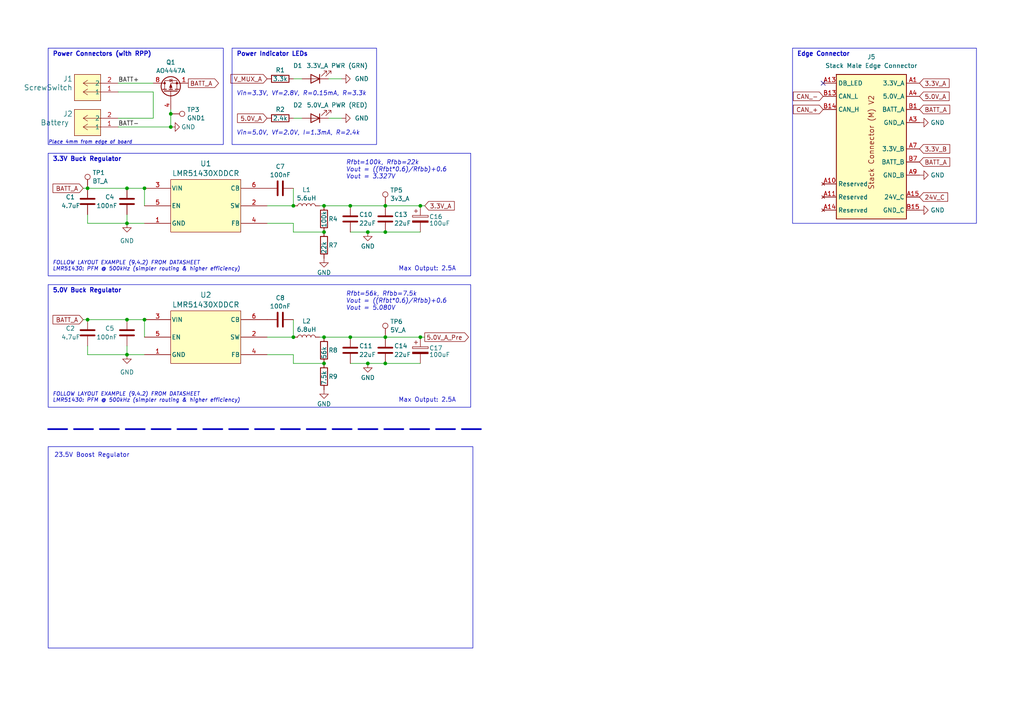
<source format=kicad_sch>
(kicad_sch (version 20231120) (generator "eeschema") (generator_version "8.0")
  (paper "A4")
  (lib_symbols
    (symbol "CONN_2-1445057-2_TYCO:2-1445057-2" (pin_names (offset 0.254))
      (property "Reference" "J" (at 8.89 6.35 0))
      (property "Value" "2-1445057-2" (at 0 3.81 0))
      (symbol "2-1445057-2_1_1"
        (polyline (pts (xy 10.16 -2.54) (xy 5.08 -2.54)) (stroke (width 0.127)))
        (polyline (pts (xy 10.16 -2.54) (xy 8.89 -3.3867)) (stroke (width 0.127)))
        (polyline (pts (xy 10.16 -2.54) (xy 8.89 -1.6933)) (stroke (width 0.127)))
        (polyline (pts (xy 10.16 0) (xy 5.08 0)) (stroke (width 0.127)))
        (polyline (pts (xy 10.16 0) (xy 8.89 -0.8467)) (stroke (width 0.127)))
        (polyline (pts (xy 10.16 0) (xy 8.89 0.8467)) (stroke (width 0.127)))
        (rectangle (start 5.08 2.54) (end 12.7 -5.08) (fill (type background)))
        (pin passive line (at 0 0 0) (length 5.08) (name "1") (number "1"))
        (pin passive line (at 0 -2.54 0) (length 5.08) (name "2") (number "2"))
      )
      (symbol "2-1445057-2_1_2"
        (polyline (pts (xy 5.08 -5.08) (xy 12.7 -5.08)) (stroke (width 0.127)))
        (polyline (pts (xy 5.08 2.54) (xy 5.08 -5.08)) (stroke (width 0.127)))
        (polyline (pts (xy 7.62 -2.54) (xy 5.08 -2.54)) (stroke (width 0.127)))
        (polyline (pts (xy 7.62 -2.54) (xy 8.89 -3.3867)) (stroke (width 0.127)))
        (polyline (pts (xy 7.62 -2.54) (xy 8.89 -1.6933)) (stroke (width 0.127)))
        (polyline (pts (xy 7.62 0) (xy 5.08 0)) (stroke (width 0.127)))
        (polyline (pts (xy 7.62 0) (xy 8.89 -0.8467)) (stroke (width 0.127)))
        (polyline (pts (xy 7.62 0) (xy 8.89 0.8467)) (stroke (width 0.127)))
        (polyline (pts (xy 12.7 -5.08) (xy 12.7 2.54)) (stroke (width 0.127)))
        (polyline (pts (xy 12.7 2.54) (xy 5.08 2.54)) (stroke (width 0.127)))
        (pin unspecified line (at 0 0 0) (length 5.08) (name "1") (number "1"))
        (pin unspecified line (at 0 -2.54 0) (length 5.08) (name "2") (number "2"))
      )
    )
    (symbol "Connector:TestPoint" (pin_numbers hide) (pin_names (offset 0.762) hide)
      (property "Reference" "TP" (at 0 6.858 0))
      (property "Value" "TestPoint" (at 0 5.08 0))
      (symbol "TestPoint_0_1"
        (circle (center 0 3.302) (radius 0.762))
      )
      (symbol "TestPoint_1_1"
        (pin passive line (at 0 0 90) (length 2.54) (name "1") (number "1"))
      )
    )
    (symbol "Device:C" (pin_numbers hide) (pin_names (offset 0.254))
      (property "Reference" "C" (at 0.635 2.54 0))
      (property "Value" "C" (at 0.635 -2.54 0))
      (symbol "C_0_1"
        (polyline (pts (xy -2.032 -0.762) (xy 2.032 -0.762)) (stroke (width 0.508)))
        (polyline (pts (xy -2.032 0.762) (xy 2.032 0.762)) (stroke (width 0.508)))
      )
      (symbol "C_1_1"
        (pin passive line (at 0 3.81 270) (length 2.794) (name "~") (number "1"))
        (pin passive line (at 0 -3.81 90) (length 2.794) (name "~") (number "2"))
      )
    )
    (symbol "Device:C_Polarized" (pin_numbers hide) (pin_names (offset 0.254))
      (property "Reference" "C" (at 0.635 2.54 0))
      (property "Value" "C_Polarized" (at 0.635 -2.54 0))
      (symbol "C_Polarized_0_1"
        (rectangle (start -2.286 0.508) (end 2.286 1.016))
        (polyline (pts (xy -1.778 2.286) (xy -0.762 2.286)))
        (polyline (pts (xy -1.27 2.794) (xy -1.27 1.778)))
        (rectangle (start 2.286 -0.508) (end -2.286 -1.016) (fill (type outline)))
      )
      (symbol "C_Polarized_1_1"
        (pin passive line (at 0 3.81 270) (length 2.794) (name "~") (number "1"))
        (pin passive line (at 0 -3.81 90) (length 2.794) (name "~") (number "2"))
      )
    )
    (symbol "Device:L" (pin_numbers hide) (pin_names (offset 1.016) hide)
      (property "Reference" "L" (at -1.27 0 90))
      (property "Value" "L" (at 1.905 0 90))
      (symbol "L_0_1"
        (arc (start 0 -2.54) (mid 0.6323 -1.905) (end 0 -1.27))
        (arc (start 0 -1.27) (mid 0.6323 -0.635) (end 0 0))
        (arc (start 0 0) (mid 0.6323 0.635) (end 0 1.27))
        (arc (start 0 1.27) (mid 0.6323 1.905) (end 0 2.54))
      )
      (symbol "L_1_1"
        (pin passive line (at 0 3.81 270) (length 1.27) (name "1") (number "1"))
        (pin passive line (at 0 -3.81 90) (length 1.27) (name "2") (number "2"))
      )
    )
    (symbol "Device:LED" (pin_numbers hide) (pin_names (offset 1.016) hide)
      (property "Reference" "D" (at 0 2.54 0))
      (property "Value" "LED" (at 0 -2.54 0))
      (symbol "LED_0_1"
        (polyline (pts (xy -1.27 -1.27) (xy -1.27 1.27)) (stroke (width 0.254)))
        (polyline (pts (xy -1.27 0) (xy 1.27 0)))
        (polyline (pts (xy 1.27 -1.27) (xy 1.27 1.27) (xy -1.27 0) (xy 1.27 -1.27)) (stroke (width 0.254)))
        (polyline (pts (xy -3.048 -0.762) (xy -4.572 -2.286) (xy -3.81 -2.286) (xy -4.572 -2.286) (xy -4.572 -1.524)))
        (polyline (pts (xy -1.778 -0.762) (xy -3.302 -2.286) (xy -2.54 -2.286) (xy -3.302 -2.286) (xy -3.302 -1.524)))
      )
      (symbol "LED_1_1"
        (pin passive line (at -3.81 0 0) (length 2.54) (name "K") (number "1"))
        (pin passive line (at 3.81 0 180) (length 2.54) (name "A") (number "2"))
      )
    )
    (symbol "Device:R" (pin_numbers hide) (pin_names (offset 0))
      (property "Reference" "R" (at 2.032 0 90))
      (property "Value" "R" (at 0 0 90))
      (symbol "R_0_1"
        (rectangle (start -1.016 -2.54) (end 1.016 2.54) (stroke (width 0.254)))
      )
      (symbol "R_1_1"
        (pin passive line (at 0 3.81 270) (length 1.27) (name "~") (number "1"))
        (pin passive line (at 0 -3.81 90) (length 1.27) (name "~") (number "2"))
      )
    )
    (symbol "Edge Connector:Stack Male Edge Connector"
      (property "Reference" "J" (at -0.254 24.892 0))
      (property "Value" "Stack Male Edge Connector" (at 1.27 22.86 0))
      (symbol "Stack Male Edge Connector_0_1"
        (rectangle (start -10.16 21.59) (end 10.16 -20.32) (stroke (width 0.254)) (fill (type background)))
      )
      (symbol "Stack Male Edge Connector_1_1"
        (text "Stack Connector (M) V2" (at 0 1.905 900) (effects (font (size 1.5 1.5))))
        (pin power_out line (at 13.97 19.05 180) (length 3.81) (name "3.3V_A") (number "A1"))
        (pin no_connect line (at -13.97 -10.16 0) (length 3.81) (name "Reserved") (number "A10"))
        (pin no_connect line (at -13.97 -13.97 0) (length 3.81) (name "Reserved") (number "A11"))
        (pin passive line (at 13.97 -7.62 180) (length 3.81) hide (name "GND_B") (number "A12"))
        (pin input line (at -13.97 19.05 0) (length 3.81) (name "DB_LED") (number "A13"))
        (pin no_connect line (at -13.97 -17.78 0) (length 3.81) (name "Reserved") (number "A14"))
        (pin power_out line (at 13.97 -13.97 180) (length 3.81) (name "24V_C") (number "A15"))
        (pin passive line (at 13.97 -13.97 180) (length 3.81) hide (name "24V_C") (number "A16"))
        (pin passive line (at 13.97 -13.97 180) (length 3.81) hide (name "24V_C") (number "A17"))
        (pin passive line (at 13.97 -13.97 180) (length 3.81) hide (name "24V_C") (number "A18"))
        (pin passive line (at 13.97 19.05 180) (length 3.81) hide (name "3.3V_A") (number "A2"))
        (pin power_in line (at 13.97 7.62 180) (length 3.81) (name "GND_A") (number "A3"))
        (pin power_out line (at 13.97 15.24 180) (length 3.81) (name "5.0V_A") (number "A4"))
        (pin power_in line (at 13.97 15.24 180) (length 3.81) hide (name "5.0V_A") (number "A5"))
        (pin passive line (at 13.97 7.62 180) (length 3.81) hide (name "GND_A") (number "A6"))
        (pin power_out line (at 13.97 0 180) (length 3.81) (name "3.3V_B") (number "A7"))
        (pin passive line (at 13.97 0 180) (length 3.81) hide (name "3.3V_B") (number "A8"))
        (pin power_in line (at 13.97 -7.62 180) (length 3.81) (name "GND_B") (number "A9"))
        (pin power_out line (at 13.97 11.43 180) (length 3.81) (name "BATT_A") (number "B1"))
        (pin passive line (at 13.97 -7.62 180) (length 3.81) hide (name "GND_B") (number "B10"))
        (pin passive line (at 13.97 -7.62 180) (length 3.81) hide (name "GND_B") (number "B11"))
        (pin passive line (at 13.97 -7.62 180) (length 3.81) hide (name "GND_B") (number "B12"))
        (pin bidirectional line (at -13.97 15.24 0) (length 3.81) (name "CAN_L") (number "B13"))
        (pin bidirectional line (at -13.97 11.43 0) (length 3.81) (name "CAN_H") (number "B14"))
        (pin power_in line (at 13.97 -17.78 180) (length 3.81) (name "GND_C") (number "B15"))
        (pin passive line (at 13.97 -17.78 180) (length 3.81) hide (name "GND_C") (number "B16"))
        (pin passive line (at 13.97 -17.78 180) (length 3.81) hide (name "GND_C") (number "B17"))
        (pin passive line (at 13.97 -17.78 180) (length 3.81) hide (name "GND_C") (number "B18"))
        (pin passive line (at 13.97 11.43 180) (length 3.81) hide (name "BATT_A") (number "B2"))
        (pin passive line (at 13.97 11.43 180) (length 3.81) hide (name "BATT_A") (number "B3"))
        (pin passive line (at 13.97 7.62 180) (length 3.81) hide (name "GND_A") (number "B4"))
        (pin passive line (at 13.97 7.62 180) (length 3.81) hide (name "GND_A") (number "B5"))
        (pin passive line (at 13.97 7.62 180) (length 3.81) hide (name "GND_A") (number "B6"))
        (pin power_out line (at 13.97 -3.81 180) (length 3.81) (name "BATT_B") (number "B7"))
        (pin passive line (at 13.97 -3.81 180) (length 3.81) hide (name "BATT_B") (number "B8"))
        (pin passive line (at 13.97 -3.81 180) (length 3.81) hide (name "BATT_B") (number "B9"))
      )
    )
    (symbol "QRET_Buck_PSU-symbols:LMR51430XDDCR" (pin_names (offset 0.254))
      (property "Reference" "U" (at 0 12.7 0))
      (property "Value" "LMR51430XDDCR" (at 0 10.16 0))
      (symbol "LMR51430XDDCR_0_1"
        (pin power_out line (at -17.78 -5.08 0) (length 7.62) (name "GND") (number "1"))
        (pin power_in line (at 17.78 0 180) (length 7.62) (name "SW") (number "2"))
        (pin power_in line (at -17.78 5.08 0) (length 7.62) (name "VIN") (number "3"))
        (pin power_in line (at 17.78 5.08 180) (length 7.62) (name "CB") (number "6"))
      )
      (symbol "LMR51430XDDCR_1_1"
        (rectangle (start -10.16 7.62) (end 10.16 -7.62) (fill (type background)))
        (pin passive line (at 17.78 -5.08 180) (length 7.62) (name "FB") (number "4"))
        (pin passive line (at -17.78 0 0) (length 7.62) (name "EN") (number "5"))
      )
    )
    (symbol "Transistor_FET:IRF7404" (pin_names hide)
      (property "Reference" "Q" (at 5.08 1.905 0))
      (property "Value" "IRF7404" (at 5.08 0 0))
      (symbol "IRF7404_0_1"
        (polyline (pts (xy 0.254 0) (xy -2.54 0)))
        (polyline (pts (xy 0.254 1.905) (xy 0.254 -1.905)) (stroke (width 0.254)))
        (polyline (pts (xy 0.762 -1.27) (xy 0.762 -2.286)) (stroke (width 0.254)))
        (polyline (pts (xy 0.762 0.508) (xy 0.762 -0.508)) (stroke (width 0.254)))
        (polyline (pts (xy 0.762 2.286) (xy 0.762 1.27)) (stroke (width 0.254)))
        (polyline (pts (xy 2.54 2.54) (xy 2.54 1.778)))
        (polyline (pts (xy 2.54 -2.54) (xy 2.54 0) (xy 0.762 0)))
        (polyline (pts (xy 0.762 1.778) (xy 3.302 1.778) (xy 3.302 -1.778) (xy 0.762 -1.778)))
        (polyline (pts (xy 2.286 0) (xy 1.27 0.381) (xy 1.27 -0.381) (xy 2.286 0)) (fill (type outline)))
        (polyline (pts (xy 2.794 -0.508) (xy 2.921 -0.381) (xy 3.683 -0.381) (xy 3.81 -0.254)))
        (polyline (pts (xy 3.302 -0.381) (xy 2.921 0.254) (xy 3.683 0.254) (xy 3.302 -0.381)))
        (circle (center 1.651 0) (radius 2.794) (stroke (width 0.254)))
        (circle (center 2.54 -1.778) (radius 0.254) (fill (type outline)))
        (circle (center 2.54 1.778) (radius 0.254) (fill (type outline)))
      )
      (symbol "IRF7404_1_1"
        (pin passive line (at 2.54 -5.08 90) (length 2.54) (name "S") (number "1"))
        (pin passive line (at 2.54 -5.08 90) (length 2.54) hide (name "S") (number "2"))
        (pin passive line (at 2.54 -5.08 90) (length 2.54) hide (name "S") (number "3"))
        (pin passive line (at -5.08 0 0) (length 2.54) (name "G") (number "4"))
        (pin passive line (at 2.54 5.08 270) (length 2.54) hide (name "D") (number "5"))
        (pin passive line (at 2.54 5.08 270) (length 2.54) hide (name "D") (number "6"))
        (pin passive line (at 2.54 5.08 270) (length 2.54) hide (name "D") (number "7"))
        (pin passive line (at 2.54 5.08 270) (length 2.54) (name "D") (number "8"))
      )
    )
    (symbol "power:GND" (power) (pin_names (offset 0))
      (property "Value" "GND" (at 0 -3.81 0))
      (symbol "GND_0_1"
        (polyline (pts (xy 0 0) (xy 0 -1.27) (xy 1.27 -1.27) (xy 0 -2.54) (xy -1.27 -1.27) (xy 0 -1.27)))
      )
      (symbol "GND_1_1"
        (pin power_in line (at 0 0 270) (length 0) hide (name "GND") (number "1"))
      )
    )
  )
  (junction (at 41.91 92.71))
  (junction (at 93.98 67.31))
  (junction (at 85.09 97.79))
  (junction (at 121.92 59.69))
  (junction (at 121.92 97.79))
  (junction (at 111.76 105.41))
  (junction (at 41.91 54.61))
  (junction (at 111.76 59.69))
  (junction (at 93.98 59.69))
  (junction (at 93.98 105.41))
  (junction (at 101.6 97.79))
  (junction (at 85.09 59.69))
  (junction (at 36.83 92.71))
  (junction (at 25.4 92.71))
  (junction (at 106.68 67.31))
  (junction (at 101.6 59.69))
  (junction (at 49.53 33.02))
  (junction (at 93.98 97.79))
  (junction (at 106.68 105.41))
  (junction (at 111.76 97.79))
  (junction (at 36.83 102.87))
  (junction (at 49.53 36.83))
  (junction (at 25.4 54.61))
  (junction (at 111.76 67.31))
  (junction (at 36.83 54.61))
  (junction (at 36.83 64.77))
  (no_connect (at 238.76 24.13))
  (wire (pts (xy 25.4 92.71) (xy 36.83 92.71)))
  (wire (pts (xy 111.76 67.31) (xy 121.92 67.31)))
  (wire (pts (xy 77.47 64.77) (xy 85.09 64.77)))
  (wire (pts (xy 101.6 97.79) (xy 111.76 97.79)))
  (wire (pts (xy 34.29 24.13) (xy 44.45 24.13)))
  (polyline (pts (xy 13.97 124.46) (xy 140.97 124.46)) (stroke (width 0.5) (type dash)))
  (wire (pts (xy 49.53 33.02) (xy 49.53 36.83)))
  (wire (pts (xy 36.83 92.71) (xy 41.91 92.71)))
  (wire (pts (xy 85.09 105.41) (xy 93.98 105.41)))
  (wire (pts (xy 111.76 97.79) (xy 121.92 97.79)))
  (wire (pts (xy 25.4 64.77) (xy 36.83 64.77)))
  (wire (pts (xy 36.83 62.23) (xy 36.83 64.77)))
  (wire (pts (xy 93.98 59.69) (xy 101.6 59.69)))
  (wire (pts (xy 85.09 22.86) (xy 87.63 22.86)))
  (wire (pts (xy 34.29 36.83) (xy 49.53 36.83)))
  (wire (pts (xy 77.47 59.69) (xy 85.09 59.69)))
  (wire (pts (xy 85.09 67.31) (xy 93.98 67.31)))
  (wire (pts (xy 111.76 59.69) (xy 121.92 59.69)))
  (wire (pts (xy 36.83 64.77) (xy 41.91 64.77)))
  (wire (pts (xy 49.53 31.75) (xy 49.53 33.02)))
  (wire (pts (xy 101.6 59.69) (xy 111.76 59.69)))
  (wire (pts (xy 85.09 34.29) (xy 87.63 34.29)))
  (wire (pts (xy 121.92 59.69) (xy 123.19 59.69)))
  (wire (pts (xy 101.6 67.31) (xy 106.68 67.31)))
  (wire (pts (xy 36.83 102.87) (xy 41.91 102.87)))
  (wire (pts (xy 92.71 59.69) (xy 93.98 59.69)))
  (wire (pts (xy 77.47 102.87) (xy 85.09 102.87)))
  (wire (pts (xy 93.98 97.79) (xy 101.6 97.79)))
  (wire (pts (xy 34.29 26.67) (xy 44.45 26.67)))
  (wire (pts (xy 36.83 54.61) (xy 41.91 54.61)))
  (wire (pts (xy 95.25 22.86) (xy 99.06 22.86)))
  (wire (pts (xy 85.09 59.69) (xy 85.09 54.61)))
  (wire (pts (xy 36.83 100.33) (xy 36.83 102.87)))
  (wire (pts (xy 85.09 64.77) (xy 85.09 67.31)))
  (wire (pts (xy 85.09 102.87) (xy 85.09 105.41)))
  (wire (pts (xy 95.25 34.29) (xy 99.06 34.29)))
  (wire (pts (xy 106.68 105.41) (xy 111.76 105.41)))
  (wire (pts (xy 25.4 102.87) (xy 36.83 102.87)))
  (wire (pts (xy 92.71 97.79) (xy 93.98 97.79)))
  (wire (pts (xy 25.4 62.23) (xy 25.4 64.77)))
  (wire (pts (xy 34.29 34.29) (xy 44.45 34.29)))
  (wire (pts (xy 41.91 54.61) (xy 41.91 59.69)))
  (wire (pts (xy 77.47 97.79) (xy 85.09 97.79)))
  (wire (pts (xy 24.13 54.61) (xy 25.4 54.61)))
  (wire (pts (xy 25.4 100.33) (xy 25.4 102.87)))
  (wire (pts (xy 85.09 97.79) (xy 85.09 92.71)))
  (wire (pts (xy 44.45 26.67) (xy 44.45 34.29)))
  (wire (pts (xy 41.91 92.71) (xy 41.91 97.79)))
  (wire (pts (xy 101.6 105.41) (xy 106.68 105.41)))
  (wire (pts (xy 25.4 54.61) (xy 36.83 54.61)))
  (wire (pts (xy 106.68 67.31) (xy 111.76 67.31)))
  (wire (pts (xy 121.92 97.79) (xy 123.19 97.79)))
  (wire (pts (xy 24.13 92.71) (xy 25.4 92.71)))
  (wire (pts (xy 111.76 105.41) (xy 121.92 105.41)))
  (rectangle (start 67.31 13.97) (end 109.22 41.91))
  (rectangle (start 13.97 129.54) (end 137.16 187.96))
  (rectangle (start 229.87 13.97) (end 283.21 64.77))
  (rectangle (start 13.97 13.97) (end 64.77 41.91))
  (rectangle (start 13.97 44.45) (end 136.525 80.01))
  (rectangle (start 13.97 82.55) (end 136.525 118.11))
  (text "Power Indicator LEDs" (at 68.58 16.51 0) (effects (font (size 1.27 1.27) (thickness 0.254) (bold yes)) (justify left bottom)))
  (text "Rfbt=56k, Rfbb=7.5k\nVout = ((Rfbt*0.6)/Rfbb)+0.6\nVout = 5.080V" (at 100.33 90.17 0) (effects (font (size 1.27 1.27) (italic yes)) (justify left bottom)))
  (text "Rfbt=100k, Rfbb=22k\nVout = ((Rfbt*0.6)/Rfbb)+0.6\nVout = 3.327V" (at 100.33 52.07 0) (effects (font (size 1.27 1.27) (italic yes)) (justify left bottom)))
  (text "Vin=5.0V, Vf=2.0V, I=1.3mA, R=2.4k" (at 68.58 39.37 0) (effects (font (size 1.27 1.27) (italic yes)) (justify left bottom)))
  (text "Vin=3.3V, Vf=2.8V, R=0.15mA, R=3.3k" (at 68.58 27.94 0) (effects (font (size 1.27 1.27) (italic yes)) (justify left bottom)))
  (text "Place 4mm from edge of board" (at 13.97 41.91 0) (effects (font (size 1 1) (italic yes)) (justify left bottom)))
  (text "3.3V Buck Regulator" (at 15.24 46.99 0) (effects (font (size 1.27 1.27) (thickness 0.254) (bold yes)) (justify left bottom)))
  (text "Max Output: 2.5A" (at 115.57 116.84 0) (effects (font (size 1.27 1.27)) (justify left bottom)))
  (text "Max Output: 2.5A" (at 115.57 78.74 0) (effects (font (size 1.27 1.27)) (justify left bottom)))
  (text "5.0V Buck Regulator" (at 15.24 85.09 0) (effects (font (size 1.27 1.27) (thickness 0.254) (bold yes)) (justify left bottom)))
  (text "FOLLOW LAYOUT EXAMPLE (9.4.2) FROM DATASHEET\nLMR51430: PFM @ 500kHz (simpler routing & higher efficiency)" (at 15.24 78.74 0) (effects (font (size 1.1 1.1) (italic yes)) (justify left bottom)))
  (text "FOLLOW LAYOUT EXAMPLE (9.4.2) FROM DATASHEET\nLMR51430: PFM @ 500kHz (simpler routing & higher efficiency)" (at 15.24 116.84 0) (effects (font (size 1.1 1.1) (italic yes)) (justify left bottom)))
  (text "Edge Connector" (at 231.14 16.51 0) (effects (font (size 1.27 1.27) (thickness 0.254) (bold yes)) (justify left bottom)))
  (text "Power Connectors (with RPP)" (at 15.24 16.51 0) (effects (font (size 1.27 1.27) (thickness 0.254) (bold yes)) (justify left bottom)))
  (text "23.5V Boost Regulator" (at 26.67 132.08 0) (effects (font (size 1.27 1.27))))
  (label "BATT-" (at 34.29 36.83 0))
  (label "BATT+" (at 34.29 24.13 0))
  (global_label "3.3V_A" (shape input) (at 123.19 59.69 0) (property "Intersheetrefs" "${INTERSHEET_REFS}" (effects (hide yes))))
  (global_label "5.0V_A_Pre" (shape output) (at 123.19 97.79 0) (property "Intersheetrefs" "${INTERSHEET_REFS}" (effects (hide yes))))
  (global_label "BATT_A" (shape output) (at 54.61 24.13 0) (property "Intersheetrefs" "${INTERSHEET_REFS}" (effects (hide yes))))
  (global_label "V_MUX_A" (shape input) (at 77.47 22.86 180) (property "Intersheetrefs" "${INTERSHEET_REFS}" (effects (hide yes))))
  (global_label "CAN_+" (shape input) (at 238.76 31.75 180) (property "Intersheetrefs" "${INTERSHEET_REFS}" (effects (hide yes))))
  (global_label "BATT_A" (shape input) (at 266.7 31.75 0) (property "Intersheetrefs" "${INTERSHEET_REFS}" (effects (hide yes))))
  (global_label "BATT_A" (shape input) (at 266.7 46.99 0) (property "Intersheetrefs" "${INTERSHEET_REFS}" (effects (hide yes))))
  (global_label "3.3V_A" (shape input) (at 266.7 24.13 0) (property "Intersheetrefs" "${INTERSHEET_REFS}" (effects (hide yes))))
  (global_label "24V_C" (shape input) (at 266.7 57.15 0) (property "Intersheetrefs" "${INTERSHEET_REFS}" (effects (hide yes))))
  (global_label "3.3V_B" (shape input) (at 266.7 43.18 0) (property "Intersheetrefs" "${INTERSHEET_REFS}" (effects (hide yes))))
  (global_label "5.0V_A" (shape input) (at 266.7 27.94 0) (property "Intersheetrefs" "${INTERSHEET_REFS}" (effects (hide yes))))
  (global_label "CAN_-" (shape input) (at 238.76 27.94 180) (property "Intersheetrefs" "${INTERSHEET_REFS}" (effects (hide yes))))
  (global_label "BATT_A" (shape input) (at 24.13 54.61 180) (property "Intersheetrefs" "${INTERSHEET_REFS}" (effects (hide yes))))
  (global_label "BATT_A" (shape input) (at 24.13 92.71 180) (property "Intersheetrefs" "${INTERSHEET_REFS}" (effects (hide yes))))
  (global_label "5.0V_A" (shape input) (at 77.47 34.29 180) (property "Intersheetrefs" "${INTERSHEET_REFS}" (effects (hide yes))))
  (symbol (lib_id "Device:C") (at 36.83 96.52 0) (unit 1)
    (property "Reference" "C5" (at 30.48 95.25 0) (effects (justify left)))
    (property "Value" "100nF" (at 27.94 97.79 0) (effects (justify left)))
    (property "Footprint" "Capacitor_SMD:C_0603_1608Metric" (effects (hide yes)))
    (property "JLCPCB" "C14663" (effects (hide yes)))
  )
  (symbol (lib_id "power:GND") (at 93.98 113.03 0) (unit 1)
    (property "Reference" "#PWR7" (effects (hide yes)))
    (property "Value" "GND" (at 93.98 117.1631 0))
  )
  (symbol (lib_id "Transistor_FET:IRF7404") (at 49.53 26.67 90) (unit 1)
    (property "Reference" "Q1" (at 49.53 18.0807 90))
    (property "Value" "AO4447A" (at 49.53 20.5049 90))
    (property "Footprint" "Package_SO:SOIC-8_3.9x4.9mm_P1.27mm" (effects (hide yes)))
    (property "Datasheet" "https://datasheet.lcsc.com/lcsc/1806020932_Alpha---Omega-Semicon-AO4447A_C125867.pdf" (effects (hide yes)))
    (property "JLCPCB" "C125867" (effects (hide yes)))
  )
  (symbol (lib_id "Device:R") (at 81.28 22.86 90) (unit 1)
    (property "Reference" "R1" (at 81.28 20.32 90))
    (property "Value" "3.3k" (at 81.28 22.86 90))
    (property "Footprint" "Resistor_SMD:R_0603_1608Metric" (effects (hide yes)))
    (property "JLCPCB" "C22978" (effects (hide yes)))
  )
  (symbol (lib_id "Device:LED") (at 91.44 34.29 180) (unit 1)
    (property "Reference" "D2" (at 86.36 30.48 0))
    (property "Value" "5.0V_A PWR (RED)" (at 97.79 30.48 0))
    (property "Footprint" "LED_SMD:LED_0805_2012Metric" (effects (hide yes)))
    (property "JLCPCB" "C84256" (effects (hide yes)))
  )
  (symbol (lib_id "Device:C") (at 81.28 92.71 270) (unit 1)
    (property "Reference" "C8" (at 81.28 86.4067 90))
    (property "Value" "100nF" (at 81.28 88.8309 90))
    (property "Footprint" "Capacitor_SMD:C_0603_1608Metric" (effects (hide yes)))
    (property "JLCPCB" "C14663" (effects (hide yes)))
  )
  (symbol (lib_id "Connector:TestPoint") (at 25.4 54.61 0) (unit 1) (in_bom no)
    (property "Reference" "TP1" (at 26.797 50.0959 0) (effects (justify left)))
    (property "Value" "BT_A" (at 26.797 52.5201 0) (effects (justify left)))
    (property "Footprint" "TestPoint:TestPoint_Pad_2.0x2.0mm" (effects (hide yes)))
  )
  (symbol (lib_id "Edge Connector:Stack Male Edge Connector") (at 252.73 43.18 0) (unit 1)
    (property "Reference" "J5" (at 252.73 16.51 0))
    (property "Value" "Stack Male Edge Connector" (at 252.73 19.05 0))
    (property "Footprint" "Connector_PCBEdge:BUS_PCIexpress_x1" (effects (hide yes)))
    (property "Description" "QRET SRAD Male Stack Edge Connector (PCIe x1 Connector). Generation 1" (effects (hide yes)))
  )
  (symbol (lib_id "Device:C_Polarized") (at 121.92 101.6 0) (unit 1)
    (property "Reference" "C17" (at 124.46 100.965 0) (effects (justify left)))
    (property "Value" "100uF" (at 124.46 102.87 0) (effects (justify left)))
    (property "Footprint" "Capacitor_SMD:CP_Elec_6.3x5.9" (effects (hide yes)))
    (property "Datasheet" "https://www.we-online.com/components/products/datasheet/865080343009.pdf" (effects (hide yes)))
    (property "Digikey" "732-8419-1-ND" (effects (hide yes)))
  )
  (symbol (lib_id "Device:LED") (at 91.44 22.86 180) (unit 1)
    (property "Reference" "D1" (at 86.36 19.05 0))
    (property "Value" "3.3V_A PWR (GRN)" (at 97.79 19.05 0))
    (property "Footprint" "LED_SMD:LED_0805_2012Metric" (effects (hide yes)))
    (property "JLCPCB" "C2297" (effects (hide yes)))
  )
  (symbol (lib_id "power:GND") (at 36.83 64.77 0) (unit 1)
    (property "Reference" "#PWR1" (effects (hide yes)))
    (property "Value" "GND" (at 36.83 69.85 0))
  )
  (symbol (lib_id "power:GND") (at 106.68 105.41 0) (unit 1)
    (property "Reference" "#PWR18" (effects (hide yes)))
    (property "Value" "GND" (at 106.68 109.5431 0))
  )
  (symbol (lib_id "Device:C") (at 36.83 58.42 0) (unit 1)
    (property "Reference" "C4" (at 30.48 57.15 0) (effects (justify left)))
    (property "Value" "100nF" (at 27.94 59.69 0) (effects (justify left)))
    (property "Footprint" "Capacitor_SMD:C_0603_1608Metric" (effects (hide yes)))
    (property "JLCPCB" "C14663" (effects (hide yes)))
  )
  (symbol (lib_id "Device:L") (at 88.9 59.69 90) (unit 1)
    (property "Reference" "L1" (at 88.9 55.0404 90))
    (property "Value" "5.6uH" (at 88.9 57.4646 90))
    (property "Footprint" "Inductor_SMD:L_Bourns_SRN8040TA" (effects (hide yes)))
    (property "Datasheet" "https://www.eaton.com/content/dam/eaton/products/electronic-components/resources/data-sheet/eaton-sdcha1v80-automotive-semi-shielded-power-inductor-data-sheet-elx1097-en.pdf" (effects (hide yes)))
    (property "Digikey" "SDCHA1V8040-5R6-R" (effects (hide yes)))
  )
  (symbol (lib_id "power:GND") (at 49.53 36.83 90) (unit 1)
    (property "Reference" "#PWR4" (effects (hide yes)))
    (property "Value" "GND" (at 54.61 36.83 90))
  )
  (symbol (lib_id "Device:C") (at 101.6 63.5 0) (unit 1)
    (property "Reference" "C10" (at 104.14 62.23 0) (effects (justify left)))
    (property "Value" "22uF" (at 104.14 64.77 0) (effects (justify left)))
    (property "Footprint" "Capacitor_SMD:C_0805_2012Metric" (effects (hide yes)))
    (property "JLCPCB" "C45783" (effects (hide yes)))
  )
  (symbol (lib_id "Connector:TestPoint") (at 111.76 97.79 0) (unit 1) (in_bom no)
    (property "Reference" "TP6" (at 113.157 93.2759 0) (effects (justify left)))
    (property "Value" "5V_A" (at 113.157 95.7001 0) (effects (justify left)))
    (property "Footprint" "TestPoint:TestPoint_Pad_2.0x2.0mm" (effects (hide yes)))
  )
  (symbol (lib_id "power:GND") (at 266.7 35.56 90) (unit 1)
    (property "Reference" "#PWR20" (effects (hide yes)))
    (property "Value" "GND" (at 269.875 35.56 90) (effects (justify right)))
  )
  (symbol (lib_id "Connector:TestPoint") (at 49.53 33.02 270) (unit 1) (in_bom no)
    (property "Reference" "TP3" (at 54.229 31.8079 90) (effects (justify left)))
    (property "Value" "GND1" (at 54.229 34.2321 90) (effects (justify left)))
    (property "Footprint" "TestPoint:TestPoint_Pad_2.0x2.0mm" (effects (hide yes)))
  )
  (symbol (lib_id "Device:R") (at 93.98 71.12 0) (unit 1)
    (property "Reference" "R7" (at 95.25 71.12 0) (effects (justify left)))
    (property "Value" "22k" (at 93.98 73.66 90) (effects (justify left)))
    (property "Footprint" "Resistor_SMD:R_0603_1608Metric" (effects (hide yes)))
    (property "JLCPCB" "C31850" (effects (hide yes)))
  )
  (symbol (lib_id "Connector:TestPoint") (at 111.76 59.69 0) (unit 1) (in_bom no)
    (property "Reference" "TP5" (at 113.157 55.1759 0) (effects (justify left)))
    (property "Value" "3v3_A" (at 113.157 57.6001 0) (effects (justify left)))
    (property "Footprint" "TestPoint:TestPoint_Pad_2.0x2.0mm" (effects (hide yes)))
  )
  (symbol (lib_id "power:GND") (at 93.98 74.93 0) (unit 1)
    (property "Reference" "#PWR6" (effects (hide yes)))
    (property "Value" "GND" (at 93.98 79.0631 0))
  )
  (symbol (lib_id "power:GND") (at 266.7 50.8 90) (unit 1)
    (property "Reference" "#PWR24" (effects (hide yes)))
    (property "Value" "GND" (at 269.875 50.8 90) (effects (justify right)))
  )
  (symbol (lib_id "Device:R") (at 93.98 63.5 0) (unit 1)
    (property "Reference" "R4" (at 95.25 63.5 0) (effects (justify left)))
    (property "Value" "100k" (at 93.98 66.04 90) (effects (justify left)))
    (property "Footprint" "Resistor_SMD:R_0603_1608Metric" (effects (hide yes)))
    (property "JLCPCB" "C25803" (effects (hide yes)))
  )
  (symbol (lib_id "Device:C") (at 101.6 101.6 0) (unit 1)
    (property "Reference" "C11" (at 104.14 100.33 0) (effects (justify left)))
    (property "Value" "22uF" (at 104.14 102.87 0) (effects (justify left)))
    (property "Footprint" "Capacitor_SMD:C_0805_2012Metric" (effects (hide yes)))
    (property "JLCPCB" "C45783" (effects (hide yes)))
  )
  (symbol (lib_id "power:GND") (at 99.06 34.29 90) (unit 1)
    (property "Reference" "#PWR10" (effects (hide yes)))
    (property "Value" "GND" (at 102.87 34.29 90) (effects (justify right)))
  )
  (symbol (lib_id "Device:C_Polarized") (at 121.92 63.5 0) (unit 1)
    (property "Reference" "C16" (at 124.46 62.865 0) (effects (justify left)))
    (property "Value" "100uF" (at 124.46 64.77 0) (effects (justify left)))
    (property "Footprint" "Capacitor_SMD:CP_Elec_6.3x5.9" (effects (hide yes)))
    (property "Datasheet" "https://www.we-online.com/components/products/datasheet/865080343009.pdf" (effects (hide yes)))
    (property "Digikey" "732-8419-1-ND" (effects (hide yes)))
  )
  (symbol (lib_id "Device:C") (at 25.4 58.42 0) (unit 1)
    (property "Reference" "C1" (at 19.05 57.15 0) (effects (justify left)))
    (property "Value" "4.7uF" (at 17.78 59.69 0) (effects (justify left)))
    (property "Footprint" "Capacitor_SMD:C_0805_2012Metric" (effects (hide yes)))
    (property "JLCPCB" "C1779" (effects (hide yes)))
  )
  (symbol (lib_id "CONN_2-1445057-2_TYCO:2-1445057-2") (at 34.29 26.67 180) (unit 1)
    (property "Reference" "J1" (at 19.685 22.86 0) (effects (font (size 1.524 1.524))))
    (property "Value" "ScrewSwitch" (at 13.97 25.4 0) (effects (font (size 1.524 1.524))))
    (property "Footprint" "footprints:CONN_2-1445057-2_TYCO" (effects (hide yes)))
    (property "Datasheet" "2-1445057-2" (effects (hide yes)))
    (property "Digikey" "A33212CT-ND" (effects (hide yes)))
  )
  (symbol (lib_id "Device:R") (at 93.98 109.22 0) (unit 1)
    (property "Reference" "R9" (at 95.25 109.22 0) (effects (justify left)))
    (property "Value" "7.5k" (at 93.98 111.76 90) (effects (justify left)))
    (property "Footprint" "Resistor_SMD:R_0603_1608Metric" (effects (hide yes)))
    (property "JLCPCB" "C23234" (effects (hide yes)))
  )
  (symbol (lib_id "power:GND") (at 266.7 60.96 90) (unit 1)
    (property "Reference" "#PWR29" (effects (hide yes)))
    (property "Value" "GND" (at 269.875 60.96 90) (effects (justify right)))
  )
  (symbol (lib_id "Device:R") (at 81.28 34.29 90) (unit 1)
    (property "Reference" "R2" (at 81.28 31.75 90))
    (property "Value" "2.4k" (at 81.28 34.29 90))
    (property "Footprint" "Resistor_SMD:R_0603_1608Metric" (effects (hide yes)))
    (property "JLCPCB" "C22940" (effects (hide yes)))
  )
  (symbol (lib_id "Device:C") (at 81.28 54.61 270) (unit 1)
    (property "Reference" "C7" (at 81.28 48.3067 90))
    (property "Value" "100nF" (at 81.28 50.7309 90))
    (property "Footprint" "Capacitor_SMD:C_0603_1608Metric" (effects (hide yes)))
    (property "JLCPCB" "C14663" (effects (hide yes)))
  )
  (symbol (lib_id "QRET_Buck_PSU-symbols:LMR51430XDDCR") (at 59.69 97.79 0) (unit 1)
    (property "Reference" "U2" (at 59.69 85.5398 0) (effects (font (size 1.524 1.524))))
    (property "Value" "LMR51430XDDCR" (at 59.69 88.3726 0) (effects (font (size 1.524 1.524))))
    (property "Footprint" "Package_TO_SOT_SMD:SOT-23-6_Handsoldering" (effects (hide yes)))
    (property "Datasheet" "https://www.ti.com/lit/ds/symlink/lmr51430.pdf" (effects (hide yes)))
    (property "Digikey" "296-LMR51430XDDCRCT-ND" (effects (hide yes)))
  )
  (symbol (lib_id "power:GND") (at 36.83 102.87 0) (unit 1)
    (property "Reference" "#PWR2" (effects (hide yes)))
    (property "Value" "GND" (at 36.83 107.95 0))
  )
  (symbol (lib_id "Device:C") (at 25.4 96.52 0) (unit 1)
    (property "Reference" "C2" (at 19.05 95.25 0) (effects (justify left)))
    (property "Value" "4.7uF" (at 17.78 97.79 0) (effects (justify left)))
    (property "Footprint" "Capacitor_SMD:C_0805_2012Metric" (effects (hide yes)))
    (property "JLCPCB" "C1779" (effects (hide yes)))
  )
  (symbol (lib_id "Device:C") (at 111.76 63.5 0) (unit 1)
    (property "Reference" "C13" (at 114.3 62.23 0) (effects (justify left)))
    (property "Value" "22uF" (at 114.3 64.77 0) (effects (justify left)))
    (property "Footprint" "Capacitor_SMD:C_0805_2012Metric" (effects (hide yes)))
    (property "JLCPCB" "C45783" (effects (hide yes)))
  )
  (symbol (lib_id "power:GND") (at 106.68 67.31 0) (unit 1)
    (property "Reference" "#PWR17" (effects (hide yes)))
    (property "Value" "GND" (at 106.68 71.4431 0))
  )
  (symbol (lib_id "QRET_Buck_PSU-symbols:LMR51430XDDCR") (at 59.69 59.69 0) (unit 1)
    (property "Reference" "U1" (at 59.69 47.4398 0) (effects (font (size 1.524 1.524))))
    (property "Value" "LMR51430XDDCR" (at 59.69 50.2726 0) (effects (font (size 1.524 1.524))))
    (property "Footprint" "Package_TO_SOT_SMD:SOT-23-6_Handsoldering" (effects (hide yes)))
    (property "Datasheet" "https://www.ti.com/lit/ds/symlink/lmr51430.pdf" (effects (hide yes)))
    (property "Digikey" "296-LMR51430XDDCRCT-ND" (effects (hide yes)))
  )
  (symbol (lib_id "CONN_2-1445057-2_TYCO:2-1445057-2") (at 34.29 36.83 180) (unit 1)
    (property "Reference" "J2" (at 19.685 33.02 0) (effects (font (size 1.524 1.524))))
    (property "Value" "Battery" (at 15.875 35.56 0) (effects (font (size 1.524 1.524))))
    (property "Footprint" "footprints:CONN_2-1445057-2_TYCO" (effects (hide yes)))
    (property "Datasheet" "2-1445057-2" (effects (hide yes)))
    (property "Digikey" "A33212CT-ND" (effects (hide yes)))
  )
  (symbol (lib_id "Device:C") (at 111.76 101.6 0) (unit 1)
    (property "Reference" "C14" (at 114.3 100.33 0) (effects (justify left)))
    (property "Value" "22uF" (at 114.3 102.87 0) (effects (justify left)))
    (property "Footprint" "Capacitor_SMD:C_0805_2012Metric" (effects (hide yes)))
    (property "JLCPCB" "C45783" (effects (hide yes)))
  )
  (symbol (lib_id "power:GND") (at 99.06 22.86 90) (unit 1)
    (property "Reference" "#PWR9" (effects (hide yes)))
    (property "Value" "GND" (at 102.87 22.86 90) (effects (justify right)))
  )
  (symbol (lib_id "Device:R") (at 93.98 101.6 0) (unit 1)
    (property "Reference" "R8" (at 95.25 101.6 0) (effects (justify left)))
    (property "Value" "56k" (at 93.98 104.14 90) (effects (justify left)))
    (property "Footprint" "Resistor_SMD:R_0603_1608Metric" (effects (hide yes)))
    (property "JLCPCB" "C23206" (effects (hide yes)))
  )
  (symbol (lib_id "Device:L") (at 88.9 97.79 90) (unit 1)
    (property "Reference" "L2" (at 88.9 93.1404 90))
    (property "Value" "6.8uH" (at 88.9 95.5646 90))
    (property "Footprint" "Inductor_SMD:L_Bourns_SRN8040TA" (effects (hide yes)))
    (property "Datasheet" "https://mm.digikey.com/Volume0/opasdata/d220001/medias/docus/5016/HPC-BM_NF_NCv.pdf" (effects (hide yes)))
    (property "Digikey" "HPC 8040NC-6R8M" (effects (hide yes)))
  )
)
</source>
